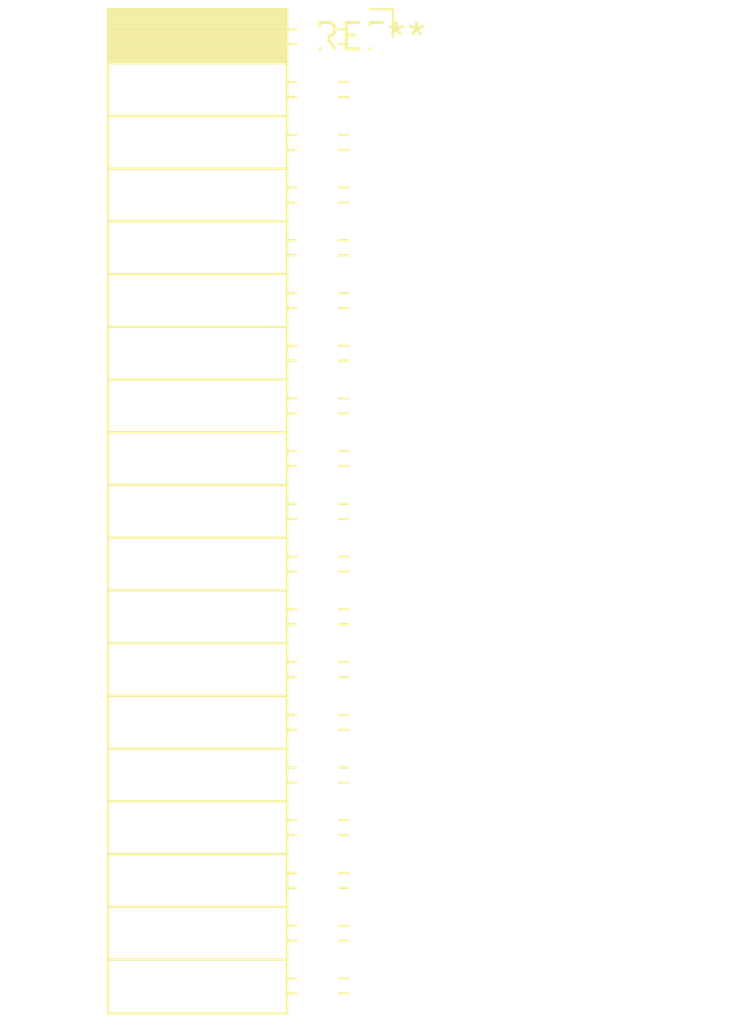
<source format=kicad_pcb>
(kicad_pcb (version 20240108) (generator pcbnew)
  (layers (0 "F.Cu" signal) (31 "B.Cu" signal) (34 "B.Paste" user) (35 "F.Paste" user) (36 "B.SilkS" user "B.Silkscreen") (37 "F.SilkS" user "F.Silkscreen") (38 "B.Mask" user) (39 "F.Mask" user) (44 "Edge.Cuts" user))
  (net 0 "")
  (footprint "PinSocket_2x19_P2.54mm_Horizontal" (layer "F.Cu") (at 0 0)
    (property "Reference" "REF**")
    (property "Value" "PinSocket_2x19_P2.54mm_Horizontal")
    (fp_line (start -12.63 -1.33) (end -12.63 47.05) (layer "F.SilkS") (stroke (width 0.12)))
    (fp_line (start -12.63 -1.33) (end -4 -1.33) (layer "F.SilkS") (stroke (width 0.12)))
    (fp_line (start -12.63 -1.21) (end -4 -1.21) (layer "F.SilkS") (stroke (width 0.12)))
    (fp_line (start -12.63 -1.091905) (end -4 -1.091905) (layer "F.SilkS") (stroke (width 0.12)))
    (fp_line (start -12.63 -0.97381) (end -4 -0.97381) (layer "F.SilkS") (stroke (width 0.12)))
    (fp_line (start -12.63 -0.855715) (end -4 -0.855715) (layer "F.SilkS") (stroke (width 0.12)))
    (fp_line (start -12.63 -0.73762) (end -4 -0.73762) (layer "F.SilkS") (stroke (width 0.12)))
    (fp_line (start -12.63 -0.619525) (end -4 -0.619525) (layer "F.SilkS") (stroke (width 0.12)))
    (fp_line (start -12.63 -0.50143) (end -4 -0.50143) (layer "F.SilkS") (stroke (width 0.12)))
    (fp_line (start -12.63 -0.383335) (end -4 -0.383335) (layer "F.SilkS") (stroke (width 0.12)))
    (fp_line (start -12.63 -0.26524) (end -4 -0.26524) (layer "F.SilkS") (stroke (width 0.12)))
    (fp_line (start -12.63 -0.147145) (end -4 -0.147145) (layer "F.SilkS") (stroke (width 0.12)))
    (fp_line (start -12.63 -0.02905) (end -4 -0.02905) (layer "F.SilkS") (stroke (width 0.12)))
    (fp_line (start -12.63 0.089045) (end -4 0.089045) (layer "F.SilkS") (stroke (width 0.12)))
    (fp_line (start -12.63 0.20714) (end -4 0.20714) (layer "F.SilkS") (stroke (width 0.12)))
    (fp_line (start -12.63 0.325235) (end -4 0.325235) (layer "F.SilkS") (stroke (width 0.12)))
    (fp_line (start -12.63 0.44333) (end -4 0.44333) (layer "F.SilkS") (stroke (width 0.12)))
    (fp_line (start -12.63 0.561425) (end -4 0.561425) (layer "F.SilkS") (stroke (width 0.12)))
    (fp_line (start -12.63 0.67952) (end -4 0.67952) (layer "F.SilkS") (stroke (width 0.12)))
    (fp_line (start -12.63 0.797615) (end -4 0.797615) (layer "F.SilkS") (stroke (width 0.12)))
    (fp_line (start -12.63 0.91571) (end -4 0.91571) (layer "F.SilkS") (stroke (width 0.12)))
    (fp_line (start -12.63 1.033805) (end -4 1.033805) (layer "F.SilkS") (stroke (width 0.12)))
    (fp_line (start -12.63 1.1519) (end -4 1.1519) (layer "F.SilkS") (stroke (width 0.12)))
    (fp_line (start -12.63 1.27) (end -4 1.27) (layer "F.SilkS") (stroke (width 0.12)))
    (fp_line (start -12.63 3.81) (end -4 3.81) (layer "F.SilkS") (stroke (width 0.12)))
    (fp_line (start -12.63 6.35) (end -4 6.35) (layer "F.SilkS") (stroke (width 0.12)))
    (fp_line (start -12.63 8.89) (end -4 8.89) (layer "F.SilkS") (stroke (width 0.12)))
    (fp_line (start -12.63 11.43) (end -4 11.43) (layer "F.SilkS") (stroke (width 0.12)))
    (fp_line (start -12.63 13.97) (end -4 13.97) (layer "F.SilkS") (stroke (width 0.12)))
    (fp_line (start -12.63 16.51) (end -4 16.51) (layer "F.SilkS") (stroke (width 0.12)))
    (fp_line (start -12.63 19.05) (end -4 19.05) (layer "F.SilkS") (stroke (width 0.12)))
    (fp_line (start -12.63 21.59) (end -4 21.59) (layer "F.SilkS") (stroke (width 0.12)))
    (fp_line (start -12.63 24.13) (end -4 24.13) (layer "F.SilkS") (stroke (width 0.12)))
    (fp_line (start -12.63 26.67) (end -4 26.67) (layer "F.SilkS") (stroke (width 0.12)))
    (fp_line (start -12.63 29.21) (end -4 29.21) (layer "F.SilkS") (stroke (width 0.12)))
    (fp_line (start -12.63 31.75) (end -4 31.75) (layer "F.SilkS") (stroke (width 0.12)))
    (fp_line (start -12.63 34.29) (end -4 34.29) (layer "F.SilkS") (stroke (width 0.12)))
    (fp_line (start -12.63 36.83) (end -4 36.83) (layer "F.SilkS") (stroke (width 0.12)))
    (fp_line (start -12.63 39.37) (end -4 39.37) (layer "F.SilkS") (stroke (width 0.12)))
    (fp_line (start -12.63 41.91) (end -4 41.91) (layer "F.SilkS") (stroke (width 0.12)))
    (fp_line (start -12.63 44.45) (end -4 44.45) (layer "F.SilkS") (stroke (width 0.12)))
    (fp_line (start -12.63 47.05) (end -4 47.05) (layer "F.SilkS") (stroke (width 0.12)))
    (fp_line (start -4 -1.33) (end -4 47.05) (layer "F.SilkS") (stroke (width 0.12)))
    (fp_line (start -4 -0.36) (end -3.59 -0.36) (layer "F.SilkS") (stroke (width 0.12)))
    (fp_line (start -4 0.36) (end -3.59 0.36) (layer "F.SilkS") (stroke (width 0.12)))
    (fp_line (start -4 2.18) (end -3.59 2.18) (layer "F.SilkS") (stroke (width 0.12)))
    (fp_line (start -4 2.9) (end -3.59 2.9) (layer "F.SilkS") (stroke (width 0.12)))
    (fp_line (start -4 4.72) (end -3.59 4.72) (layer "F.SilkS") (stroke (width 0.12)))
    (fp_line (start -4 5.44) (end -3.59 5.44) (layer "F.SilkS") (stroke (width 0.12)))
    (fp_line (start -4 7.26) (end -3.59 7.26) (layer "F.SilkS") (stroke (width 0.12)))
    (fp_line (start -4 7.98) (end -3.59 7.98) (layer "F.SilkS") (stroke (width 0.12)))
    (fp_line (start -4 9.8) (end -3.59 9.8) (layer "F.SilkS") (stroke (width 0.12)))
    (fp_line (start -4 10.52) (end -3.59 10.52) (layer "F.SilkS") (stroke (width 0.12)))
    (fp_line (start -4 12.34) (end -3.59 12.34) (layer "F.SilkS") (stroke (width 0.12)))
    (fp_line (start -4 13.06) (end -3.59 13.06) (layer "F.SilkS") (stroke (width 0.12)))
    (fp_line (start -4 14.88) (end -3.59 14.88) (layer "F.SilkS") (stroke (width 0.12)))
    (fp_line (start -4 15.6) (end -3.59 15.6) (layer "F.SilkS") (stroke (width 0.12)))
    (fp_line (start -4 17.42) (end -3.59 17.42) (layer "F.SilkS") (stroke (width 0.12)))
    (fp_line (start -4 18.14) (end -3.59 18.14) (layer "F.SilkS") (stroke (width 0.12)))
    (fp_line (start -4 19.96) (end -3.59 19.96) (layer "F.SilkS") (stroke (width 0.12)))
    (fp_line (start -4 20.68) (end -3.59 20.68) (layer "F.SilkS") (stroke (width 0.12)))
    (fp_line (start -4 22.5) (end -3.59 22.5) (layer "F.SilkS") (stroke (width 0.12)))
    (fp_line (start -4 23.22) (end -3.59 23.22) (layer "F.SilkS") (stroke (width 0.12)))
    (fp_line (start -4 25.04) (end -3.59 25.04) (layer "F.SilkS") (stroke (width 0.12)))
    (fp_line (start -4 25.76) (end -3.59 25.76) (layer "F.SilkS") (stroke (width 0.12)))
    (fp_line (start -4 27.58) (end -3.59 27.58) (layer "F.SilkS") (stroke (width 0.12)))
    (fp_line (start -4 28.3) (end -3.59 28.3) (layer "F.SilkS") (stroke (width 0.12)))
    (fp_line (start -4 30.12) (end -3.59 30.12) (layer "F.SilkS") (stroke (width 0.12)))
    (fp_line (start -4 30.84) (end -3.59 30.84) (layer "F.SilkS") (stroke (width 0.12)))
    (fp_line (start -4 32.66) (end -3.59 32.66) (layer "F.SilkS") (stroke (width 0.12)))
    (fp_line (start -4 33.38) (end -3.59 33.38) (layer "F.SilkS") (stroke (width 0.12)))
    (fp_line (start -4 35.2) (end -3.59 35.2) (layer "F.SilkS") (stroke (width 0.12)))
    (fp_line (start -4 35.92) (end -3.59 35.92) (layer "F.SilkS") (stroke (width 0.12)))
    (fp_line (start -4 37.74) (end -3.59 37.74) (layer "F.SilkS") (stroke (width 0.12)))
    (fp_line (start -4 38.46) (end -3.59 38.46) (layer "F.SilkS") (stroke (width 0.12)))
    (fp_line (start -4 40.28) (end -3.59 40.28) (layer "F.SilkS") (stroke (width 0.12)))
    (fp_line (start -4 41) (end -3.59 41) (layer "F.SilkS") (stroke (width 0.12)))
    (fp_line (start -4 42.82) (end -3.59 42.82) (layer "F.SilkS") (stroke (width 0.12)))
    (fp_line (start -4 43.54) (end -3.59 43.54) (layer "F.SilkS") (stroke (width 0.12)))
    (fp_line (start -4 45.36) (end -3.59 45.36) (layer "F.SilkS") (stroke (width 0.12)))
    (fp_line (start -4 46.08) (end -3.59 46.08) (layer "F.SilkS") (stroke (width 0.12)))
    (fp_line (start -1.49 -0.36) (end -1.11 -0.36) (layer "F.SilkS") (stroke (width 0.12)))
    (fp_line (start -1.49 0.36) (end -1.11 0.36) (layer "F.SilkS") (stroke (width 0.12)))
    (fp_line (start -1.49 2.18) (end -1.05 2.18) (layer "F.SilkS") (stroke (width 0.12)))
    (fp_line (start -1.49 2.9) (end -1.05 2.9) (layer "F.SilkS") (stroke (width 0.12)))
    (fp_line (start -1.49 4.72) (end -1.05 4.72) (layer "F.SilkS") (stroke (width 0.12)))
    (fp_line (start -1.49 5.44) (end -1.05 5.44) (layer "F.SilkS") (stroke (width 0.12)))
    (fp_line (start -1.49 7.26) (end -1.05 7.26) (layer "F.SilkS") (stroke (width 0.12)))
    (fp_line (start -1.49 7.98) (end -1.05 7.98) (layer "F.SilkS") (stroke (width 0.12)))
    (fp_line (start -1.49 9.8) (end -1.05 9.8) (layer "F.SilkS") (stroke (width 0.12)))
    (fp_line (start -1.49 10.52) (end -1.05 10.52) (layer "F.SilkS") (stroke (width 0.12)))
    (fp_line (start -1.49 12.34) (end -1.05 12.34) (layer "F.SilkS") (stroke (width 0.12)))
    (fp_line (start -1.49 13.06) (end -1.05 13.06) (layer "F.SilkS") (stroke (width 0.12)))
    (fp_line (start -1.49 14.88) (end -1.05 14.88) (layer "F.SilkS") (stroke (width 0.12)))
    (fp_line (start -1.49 15.6) (end -1.05 15.6) (layer "F.SilkS") (stroke (width 0.12)))
    (fp_line (start -1.49 17.42) (end -1.05 17.42) (layer "F.SilkS") (stroke (width 0.12)))
    (fp_line (start -1.49 18.14) (end -1.05 18.14) (layer "F.SilkS") (stroke (width 0.12)))
    (fp_line (start -1.49 19.96) (end -1.05 19.96) (layer "F.SilkS") (stroke (width 0.12)))
    (fp_line (start -1.49 20.68) (end -1.05 20.68) (layer "F.SilkS") (stroke (width 0.12)))
    (fp_line (start -1.49 22.5) (end -1.05 22.5) (layer "F.SilkS") (stroke (width 0.12)))
    (fp_line (start -1.49 23.22) (end -1.05 23.22) (layer "F.SilkS") (stroke (width 0.12)))
    (fp_line (start -1.49 25.04) (end -1.05 25.04) (layer "F.SilkS") (stroke (width 0.12)))
    (fp_line (start -1.49 25.76) (end -1.05 25.76) (layer "F.SilkS") (stroke (width 0.12)))
    (fp_line (start -1.49 27.58) (end -1.05 27.58) (layer "F.SilkS") (stroke (width 0.12)))
    (fp_line (start -1.49 28.3) (end -1.05 28.3) (layer "F.SilkS") (stroke (width 0.12)))
    (fp_line (start -1.49 30.12) (end -1.05 30.12) (layer "F.SilkS") (stroke (width 0.12)))
    (fp_line (start -1.49 30.84) (end -1.05 30.84) (layer "F.SilkS") (stroke (width 0.12)))
    (fp_line (start -1.49 32.66) (end -1.05 32.66) (layer "F.SilkS") (stroke (width 0.12)))
    (fp_line (start -1.49 33.38) (end -1.05 33.38) (layer "F.SilkS") (stroke (width 0.12)))
    (fp_line (start -1.49 35.2) (end -1.05 35.2) (layer "F.SilkS") (stroke (width 0.12)))
    (fp_line (start -1.49 35.92) (end -1.05 35.92) (layer "F.SilkS") (stroke (width 0.12)))
    (fp_line (start -1.49 37.74) (end -1.05 37.74) (layer "F.SilkS") (stroke (width 0.12)))
    (fp_line (start -1.49 38.46) (end -1.05 38.46) (layer "F.SilkS") (stroke (width 0.12)))
    (fp_line (start -1.49 40.28) (end -1.05 40.28) (layer "F.SilkS") (stroke (width 0.12)))
    (fp_line (start -1.49 41) (end -1.05 41) (layer "F.SilkS") (stroke (width 0.12)))
    (fp_line (start -1.49 42.82) (end -1.05 42.82) (layer "F.SilkS") (stroke (width 0.12)))
    (fp_line (start -1.49 43.54) (end -1.05 43.54) (layer "F.SilkS") (stroke (width 0.12)))
    (fp_line (start -1.49 45.36) (end -1.05 45.36) (layer "F.SilkS") (stroke (width 0.12)))
    (fp_line (start -1.49 46.08) (end -1.05 46.08) (layer "F.SilkS") (stroke (width 0.12)))
    (fp_line (start 0 -1.33) (end 1.11 -1.33) (layer "F.SilkS") (stroke (width 0.12)))
    (fp_line (start 1.11 -1.33) (end 1.11 0) (layer "F.SilkS") (stroke (width 0.12)))
    (pad "1" thru_hole rect (at 0 0) (size 1.7 1.7) (drill 1) (layers *.Cu *.Mask) (remove_unused_layers))
    (pad "2" thru_hole oval (at -2.54 0) (size 1.7 1.7) (drill 1) (layers *.Cu *.Mask) (remove_unused_layers))
    (pad "3" thru_hole oval (at 0 2.54) (size 1.7 1.7) (drill 1) (layers *.Cu *.Mask) (remove_unused_layers))
    (pad "4" thru_hole oval (at -2.54 2.54) (size 1.7 1.7) (drill 1) (layers *.Cu *.Mask) (remove_unused_layers))
    (pad "5" thru_hole oval (at 0 5.08) (size 1.7 1.7) (drill 1) (layers *.Cu *.Mask) (remove_unused_layers))
    (pad "6" thru_hole oval (at -2.54 5.08) (size 1.7 1.7) (drill 1) (layers *.Cu *.Mask) (remove_unused_layers))
    (pad "7" thru_hole oval (at 0 7.62) (size 1.7 1.7) (drill 1) (layers *.Cu *.Mask) (remove_unused_layers))
    (pad "8" thru_hole oval (at -2.54 7.62) (size 1.7 1.7) (drill 1) (layers *.Cu *.Mask) (remove_unused_layers))
    (pad "9" thru_hole oval (at 0 10.16) (size 1.7 1.7) (drill 1) (layers *.Cu *.Mask) (remove_unused_layers))
    (pad "10" thru_hole oval (at -2.54 10.16) (size 1.7 1.7) (drill 1) (layers *.Cu *.Mask) (remove_unused_layers))
    (pad "11" thru_hole oval (at 0 12.7) (size 1.7 1.7) (drill 1) (layers *.Cu *.Mask) (remove_unused_layers))
    (pad "12" thru_hole oval (at -2.54 12.7) (size 1.7 1.7) (drill 1) (layers *.Cu *.Mask) (remove_unused_layers))
    (pad "13" thru_hole oval (at 0 15.24) (size 1.7 1.7) (drill 1) (layers *.Cu *.Mask) (remove_unused_layers))
    (pad "14" thru_hole oval (at -2.54 15.24) (size 1.7 1.7) (drill 1) (layers *.Cu *.Mask) (remove_unused_layers))
    (pad "15" thru_hole oval (at 0 17.78) (size 1.7 1.7) (drill 1) (layers *.Cu *.Mask) (remove_unused_layers))
    (pad "16" thru_hole oval (at -2.54 17.78) (size 1.7 1.7) (drill 1) (layers *.Cu *.Mask) (remove_unused_layers))
    (pad "17" thru_hole oval (at 0 20.32) (size 1.7 1.7) (drill 1) (layers *.Cu *.Mask) (remove_unused_layers))
    (pad "18" thru_hole oval (at -2.54 20.32) (size 1.7 1.7) (drill 1) (layers *.Cu *.Mask) (remove_unused_layers))
    (pad "19" thru_hole oval (at 0 22.86) (size 1.7 1.7) (drill 1) (layers *.Cu *.Mask) (remove_unused_layers))
    (pad "20" thru_hole oval (at -2.54 22.86) (size 1.7 1.7) (drill 1) (layers *.Cu *.Mask) (remove_unused_layers))
    (pad "21" thru_hole oval (at 0 25.4) (size 1.7 1.7) (drill 1) (layers *.Cu *.Mask) (remove_unused_layers))
    (pad "22" thru_hole oval (at -2.54 25.4) (size 1.7 1.7) (drill 1) (layers *.Cu *.Mask) (remove_unused_layers))
    (pad "23" thru_hole oval (at 0 27.94) (size 1.7 1.7) (drill 1) (layers *.Cu *.Mask) (remove_unused_layers))
    (pad "24" thru_hole oval (at -2.54 27.94) (size 1.7 1.7) (drill 1) (layers *.Cu *.Mask) (remove_unused_layers))
    (pad "25" thru_hole oval (at 0 30.48) (size 1.7 1.7) (drill 1) (layers *.Cu *.Mask) (remove_unused_layers))
    (pad "26" thru_hole oval (at -2.54 30.48) (size 1.7 1.7) (drill 1) (layers *.Cu *.Mask) (remove_unused_layers))
    (pad "27" thru_hole oval (at 0 33.02) (size 1.7 1.7) (drill 1) (layers *.Cu *.Mask) (remove_unused_layers))
    (pad "28" thru_hole oval (at -2.54 33.02) (size 1.7 1.7) (drill 1) (layers *.Cu *.Mask) (remove_unused_layers))
    (pad "29" thru_hole oval (at 0 35.56) (size 1.7 1.7) (drill 1) (layers *.Cu *.Mask) (remove_unused_layers))
    (pad "30" thru_hole oval (at -2.54 35.56) (size 1.7 1.7) (drill 1) (layers *.Cu *.Mask) (remove_unused_layers))
    (pad "31" thru_hole oval (at 0 38.1) (size 1.7 1.7) (drill 1) (layers *.Cu *.Mask) (remove_unused_layers))
    (pad "32" thru_hole oval (at -2.54 38.1) (size 1.7 1.7) (drill 1) (layers *.Cu *.Mask) (remove_unused_layers))
    (pad "33" thru_hole oval (at 0 40.64) (size 1.7 1.7) (drill 1) (layers *.Cu *.Mask) (remove_unused_layers))
    (pad "34" thru_hole oval (at -2.54 40.64) (size 1.7 1.7) (drill 1) (layers *.Cu *.Mask) (remove_unused_layers))
    (pad "35" thru_hole oval (at 0 43.18) (size 1.7 1.7) (drill 1) (layers *.Cu *.Mask) (remove_unused_layers))
    (pad "36" thru_hole oval (at -2.54 43.18) (size 1.7 1.7) (drill 1) (layers *.Cu *.Mask) (remove_unused_layers))
    (pad "37" thru_hole oval (at 0 45.72) (size 1.7 1.7) (drill 1) (layers *.Cu *.Mask) (remove_unused_layers))
    (pad "38" thru_hole oval (at -2.54 45.72) (size 1.7 1.7) (drill 1) (layers *.Cu *.Mask) (remove_unused_layers))
  )
)
</source>
